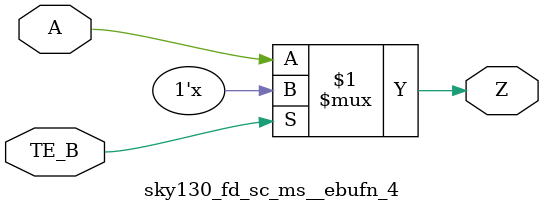
<source format=v>
/*
 * Copyright 2020 The SkyWater PDK Authors
 *
 * Licensed under the Apache License, Version 2.0 (the "License");
 * you may not use this file except in compliance with the License.
 * You may obtain a copy of the License at
 *
 *     https://www.apache.org/licenses/LICENSE-2.0
 *
 * Unless required by applicable law or agreed to in writing, software
 * distributed under the License is distributed on an "AS IS" BASIS,
 * WITHOUT WARRANTIES OR CONDITIONS OF ANY KIND, either express or implied.
 * See the License for the specific language governing permissions and
 * limitations under the License.
 *
 * SPDX-License-Identifier: Apache-2.0
*/


`ifndef SKY130_FD_SC_MS__EBUFN_4_FUNCTIONAL_V
`define SKY130_FD_SC_MS__EBUFN_4_FUNCTIONAL_V

/**
 * ebufn: Tri-state buffer, negative enable.
 *
 * Verilog simulation functional model.
 */

`timescale 1ns / 1ps
`default_nettype none

`celldefine
module sky130_fd_sc_ms__ebufn_4 (
    Z   ,
    A   ,
    TE_B
);

    // Module ports
    output Z   ;
    input  A   ;
    input  TE_B;

    //     Name     Output  Other arguments
    bufif0 bufif00 (Z     , A, TE_B        );

endmodule
`endcelldefine

`default_nettype wire
`endif  // SKY130_FD_SC_MS__EBUFN_4_FUNCTIONAL_V

</source>
